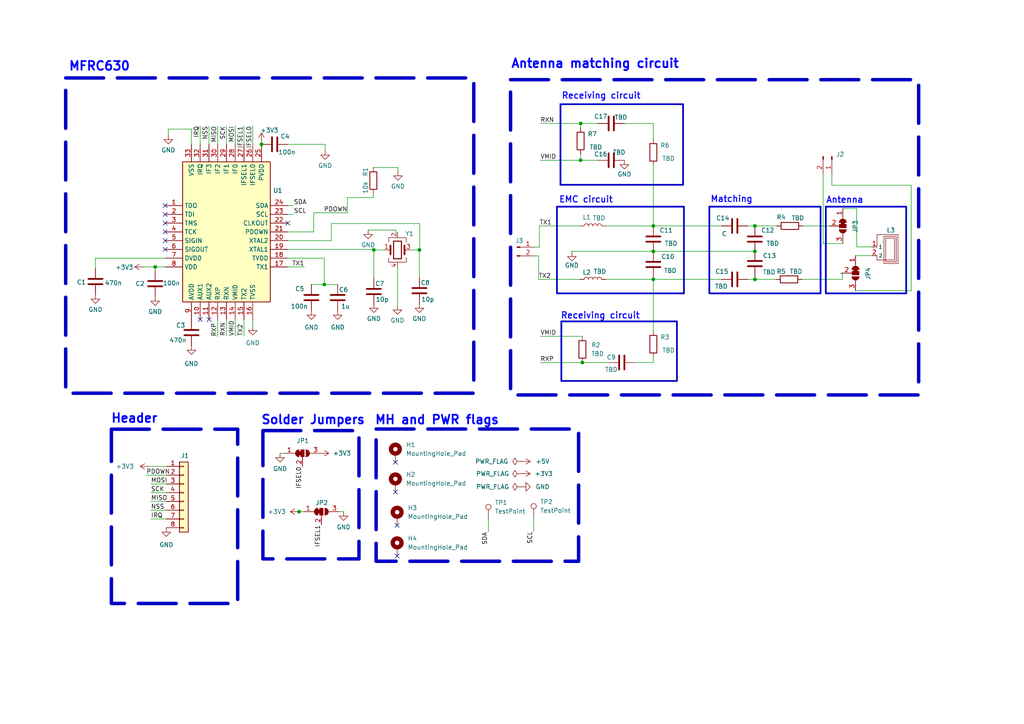
<source format=kicad_sch>
(kicad_sch (version 20230121) (generator eeschema)
  (paper "A4")
  (title_block (title "NFC_Programmer") (date "2023-11-25") (rev "2.0") (company "TycheTools"))
  (lib_symbols
    (symbol "Connector:Conn_01x02_Pin" (pin_names (offset 1.016) hide)
      (property "Reference" "J" (at 0 2.54 0))
      (property "Value" "Conn_01x02_Pin" (at 0 -5.08 0))
      (symbol "Conn_01x02_Pin_1_1"
        (polyline (pts (xy 1.27 -2.54) (xy 0.8636 -2.54)) (stroke (width 0.1524)))
        (polyline (pts (xy 1.27 0) (xy 0.8636 0)) (stroke (width 0.1524)))
        (rectangle (start 0.8636 -2.413) (end 0 -2.667) (stroke (width 0.1524)) (fill (type outline)))
        (rectangle (start 0.8636 0.127) (end 0 -0.127) (stroke (width 0.1524)) (fill (type outline)))
        (pin passive line (at 5.08 0 180) (length 3.81) (name "Pin_1") (number "1"))
        (pin passive line (at 5.08 -2.54 180) (length 3.81) (name "Pin_2") (number "2"))
      )
    )
    (symbol "Connector:TestPoint" (pin_numbers hide) (pin_names (offset 0.762) hide)
      (property "Reference" "TP" (at 0 6.858 0))
      (property "Value" "TestPoint" (at 0 5.08 0))
      (symbol "TestPoint_0_1"
        (circle (center 0 3.302) (radius 0.762))
      )
      (symbol "TestPoint_1_1"
        (pin passive line (at 0 0 90) (length 2.54) (name "1") (number "1"))
      )
    )
    (symbol "Connector_Generic:Conn_01x08" (pin_names (offset 1.016) hide)
      (property "Reference" "J" (at 0 10.16 0))
      (property "Value" "Conn_01x08" (at 0 -12.7 0))
      (symbol "Conn_01x08_1_1"
        (rectangle (start -1.27 -10.033) (end 0 -10.287) (stroke (width 0.1524)))
        (rectangle (start -1.27 -7.493) (end 0 -7.747) (stroke (width 0.1524)))
        (rectangle (start -1.27 -4.953) (end 0 -5.207) (stroke (width 0.1524)))
        (rectangle (start -1.27 -2.413) (end 0 -2.667) (stroke (width 0.1524)))
        (rectangle (start -1.27 0.127) (end 0 -0.127) (stroke (width 0.1524)))
        (rectangle (start -1.27 2.667) (end 0 2.413) (stroke (width 0.1524)))
        (rectangle (start -1.27 5.207) (end 0 4.953) (stroke (width 0.1524)))
        (rectangle (start -1.27 7.747) (end 0 7.493) (stroke (width 0.1524)))
        (rectangle (start -1.27 8.89) (end 1.27 -11.43) (stroke (width 0.254)) (fill (type background)))
        (pin passive line (at -5.08 7.62 0) (length 3.81) (name "Pin_1") (number "1"))
        (pin passive line (at -5.08 5.08 0) (length 3.81) (name "Pin_2") (number "2"))
        (pin passive line (at -5.08 2.54 0) (length 3.81) (name "Pin_3") (number "3"))
        (pin passive line (at -5.08 0 0) (length 3.81) (name "Pin_4") (number "4"))
        (pin passive line (at -5.08 -2.54 0) (length 3.81) (name "Pin_5") (number "5"))
        (pin passive line (at -5.08 -5.08 0) (length 3.81) (name "Pin_6") (number "6"))
        (pin passive line (at -5.08 -7.62 0) (length 3.81) (name "Pin_7") (number "7"))
        (pin passive line (at -5.08 -10.16 0) (length 3.81) (name "Pin_8") (number "8"))
      )
    )
    (symbol "Device:C" (pin_numbers hide) (pin_names (offset 0.254))
      (property "Reference" "C" (at 0.635 2.54 0))
      (property "Value" "C" (at 0.635 -2.54 0))
      (symbol "C_0_1"
        (polyline (pts (xy -2.032 -0.762) (xy 2.032 -0.762)) (stroke (width 0.508)))
        (polyline (pts (xy -2.032 0.762) (xy 2.032 0.762)) (stroke (width 0.508)))
      )
      (symbol "C_1_1"
        (pin passive line (at 0 3.81 270) (length 2.794) (name "~") (number "1"))
        (pin passive line (at 0 -3.81 90) (length 2.794) (name "~") (number "2"))
      )
    )
    (symbol "Device:Crystal_GND24" (pin_names (offset 1.016) hide)
      (property "Reference" "Y" (at 3.175 5.08 0))
      (property "Value" "Crystal_GND24" (at 3.175 3.175 0))
      (symbol "Crystal_GND24_0_1"
        (rectangle (start -1.143 2.54) (end 1.143 -2.54) (stroke (width 0.3048)))
        (polyline (pts (xy -2.54 0) (xy -2.032 0)))
        (polyline (pts (xy -2.032 -1.27) (xy -2.032 1.27)) (stroke (width 0.508)))
        (polyline (pts (xy 0 -3.81) (xy 0 -3.556)))
        (polyline (pts (xy 0 3.556) (xy 0 3.81)))
        (polyline (pts (xy 2.032 -1.27) (xy 2.032 1.27)) (stroke (width 0.508)))
        (polyline (pts (xy 2.032 0) (xy 2.54 0)))
        (polyline (pts (xy -2.54 -2.286) (xy -2.54 -3.556) (xy 2.54 -3.556) (xy 2.54 -2.286)))
        (polyline (pts (xy -2.54 2.286) (xy -2.54 3.556) (xy 2.54 3.556) (xy 2.54 2.286)))
      )
      (symbol "Crystal_GND24_1_1"
        (pin passive line (at -3.81 0 0) (length 1.27) (name "1") (number "1"))
        (pin passive line (at 0 5.08 270) (length 1.27) (name "2") (number "2"))
        (pin passive line (at 3.81 0 180) (length 1.27) (name "3") (number "3"))
        (pin passive line (at 0 -5.08 90) (length 1.27) (name "4") (number "4"))
      )
    )
    (symbol "Device:L" (pin_numbers hide) (pin_names (offset 1.016) hide)
      (property "Reference" "L" (at -1.27 0 90))
      (property "Value" "L" (at 1.905 0 90))
      (symbol "L_0_1"
        (arc (start 0 -2.54) (mid 0.6323 -1.905) (end 0 -1.27))
        (arc (start 0 -1.27) (mid 0.6323 -0.635) (end 0 0))
        (arc (start 0 0) (mid 0.6323 0.635) (end 0 1.27))
        (arc (start 0 1.27) (mid 0.6323 1.905) (end 0 2.54))
      )
      (symbol "L_1_1"
        (pin passive line (at 0 3.81 270) (length 1.27) (name "1") (number "1"))
        (pin passive line (at 0 -3.81 90) (length 1.27) (name "2") (number "2"))
      )
    )
    (symbol "Device:R" (pin_numbers hide) (pin_names (offset 0))
      (property "Reference" "R" (at 2.032 0 90))
      (property "Value" "R" (at 0 0 90))
      (symbol "R_0_1"
        (rectangle (start -1.016 -2.54) (end 1.016 2.54) (stroke (width 0.254)))
      )
      (symbol "R_1_1"
        (pin passive line (at 0 3.81 270) (length 1.27) (name "~") (number "1"))
        (pin passive line (at 0 -3.81 90) (length 1.27) (name "~") (number "2"))
      )
    )
    (symbol "Jumper:SolderJumper_3_Bridged12" (pin_names (offset 0) hide)
      (property "Reference" "JP" (at -2.54 -2.54 0))
      (property "Value" "SolderJumper_3_Bridged12" (at 0 2.794 0))
      (symbol "SolderJumper_3_Bridged12_0_1"
        (rectangle (start -1.016 0.508) (end -0.508 -0.508) (fill (type outline)))
        (arc (start -1.016 1.016) (mid -2.0276 0) (end -1.016 -1.016))
        (arc (start -1.016 1.016) (mid -2.0276 0) (end -1.016 -1.016) (fill (type outline)))
        (rectangle (start -0.508 1.016) (end 0.508 -1.016) (fill (type outline)))
        (polyline (pts (xy -2.54 0) (xy -2.032 0)))
        (polyline (pts (xy -1.016 1.016) (xy -1.016 -1.016)))
        (polyline (pts (xy 0 -1.27) (xy 0 -1.016)))
        (polyline (pts (xy 1.016 1.016) (xy 1.016 -1.016)))
        (polyline (pts (xy 2.54 0) (xy 2.032 0)))
        (arc (start 1.016 -1.016) (mid 2.0276 0) (end 1.016 1.016))
        (arc (start 1.016 -1.016) (mid 2.0276 0) (end 1.016 1.016) (fill (type outline)))
      )
      (symbol "SolderJumper_3_Bridged12_1_1"
        (pin passive line (at -5.08 0 0) (length 2.54) (name "A") (number "1"))
        (pin passive line (at 0 -3.81 90) (length 2.54) (name "C") (number "2"))
        (pin passive line (at 5.08 0 180) (length 2.54) (name "B") (number "3"))
      )
    )
    (symbol "LIB2:Antenna_L"
      (property "Reference" "L" (at 6.35 8.89 0))
      (symbol "Antenna_L_0_1"
        (polyline (pts (xy 10.16 3.81) (xy 15.24 3.81)))
        (polyline (pts (xy 10.16 5.08) (xy 10.16 3.81)))
        (polyline (pts (xy 10.16 7.62) (xy 10.16 7.62)))
        (polyline (pts (xy 10.16 7.62) (xy 10.16 11.176)))
        (polyline (pts (xy 12.192 2.794) (xy 16.256 2.794)))
        (polyline (pts (xy 12.192 10.668) (xy 12.192 2.794)))
        (polyline (pts (xy 15.24 3.81) (xy 15.24 10.16)))
        (polyline (pts (xy 15.24 10.16) (xy 12.7 10.16)))
        (polyline (pts (xy 16.256 2.794) (xy 16.256 11.176)))
        (polyline (pts (xy 16.256 11.176) (xy 10.16 11.176)))
        (polyline (pts (xy 15.748 10.414) (xy 15.748 10.668) (xy 12.192 10.668)))
        (polyline (pts (xy 12.7 10.16) (xy 12.7 3.302) (xy 15.748 3.302) (xy 15.748 10.414)))
      )
      (symbol "Antenna_L_1_0"
        (pin power_in line (at 8.636 7.62 0) (length 1.5) (name "1") (number "1"))
        (pin power_out line (at 8.636 5.08 0) (length 1.5) (name "2") (number "2"))
      )
    )
    (symbol "MFRC63002HN_151:MFRC63002HN,151"
      (property "Reference" "IC" (at 31.75 17.78 0))
      (property "Value" "MFRC63002HN,151" (at 31.75 15.24 0))
      (symbol "MFRC63002HN,151_1_1"
        (rectangle (start 5.08 12.7) (end 30.48 -27.94) (stroke (width 0.254)) (fill (type background)))
        (pin output line (at 0 0 0) (length 5.08) (name "TDO") (number "1"))
        (pin output line (at 10.16 -33.02 90) (length 5.08) (name "AUX1") (number "10"))
        (pin output line (at 12.7 -33.02 90) (length 5.08) (name "AUX2") (number "11"))
        (pin input line (at 15.24 -33.02 90) (length 5.08) (name "RXP") (number "12"))
        (pin input line (at 17.78 -33.02 90) (length 5.08) (name "RXN") (number "13"))
        (pin power_in line (at 20.32 -33.02 90) (length 5.08) (name "VMID") (number "14"))
        (pin output line (at 22.86 -33.02 90) (length 5.08) (name "TX2") (number "15"))
        (pin power_in line (at 25.4 -33.02 90) (length 5.08) (name "TVSS") (number "16"))
        (pin output line (at 35.56 -17.78 180) (length 5.08) (name "TX1") (number "17"))
        (pin power_in line (at 35.56 -15.24 180) (length 5.08) (name "TVDD") (number "18"))
        (pin input line (at 35.56 -12.7 180) (length 5.08) (name "XTAL1") (number "19"))
        (pin input line (at 0 -2.54 0) (length 5.08) (name "TDI") (number "2"))
        (pin output line (at 35.56 -10.16 180) (length 5.08) (name "XTAL2") (number "20"))
        (pin input line (at 35.56 -7.62 180) (length 5.08) (name "PDOWN") (number "21"))
        (pin output line (at 35.56 -5.08 180) (length 5.08) (name "CLKOUT") (number "22"))
        (pin output line (at 35.56 -2.54 180) (length 5.08) (name "SCL") (number "23"))
        (pin bidirectional line (at 35.56 0 180) (length 5.08) (name "SDA") (number "24"))
        (pin power_in line (at 27.94 17.78 270) (length 5.08) (name "PVDD") (number "25"))
        (pin input line (at 25.4 17.78 270) (length 5.08) (name "IFSEL0") (number "26"))
        (pin input line (at 22.86 17.78 270) (length 5.08) (name "IFSEL1") (number "27"))
        (pin bidirectional line (at 20.32 17.78 270) (length 5.08) (name "IF0") (number "28"))
        (pin bidirectional line (at 17.78 17.78 270) (length 5.08) (name "IF1") (number "29"))
        (pin input line (at 0 -5.08 0) (length 5.08) (name "TMS") (number "3"))
        (pin bidirectional line (at 15.24 17.78 270) (length 5.08) (name "IF2") (number "30"))
        (pin bidirectional line (at 12.7 17.78 270) (length 5.08) (name "IF3") (number "31"))
        (pin output line (at 10.16 17.78 270) (length 5.08) (name "IRQ") (number "32"))
        (pin power_in line (at 7.62 17.78 270) (length 5.08) (name "VSS") (number "33"))
        (pin input line (at 0 -7.62 0) (length 5.08) (name "TCK") (number "4"))
        (pin input line (at 0 -10.16 0) (length 5.08) (name "SIGIN") (number "5"))
        (pin output line (at 0 -12.7 0) (length 5.08) (name "SIGOUT") (number "6"))
        (pin power_in line (at 0 -15.24 0) (length 5.08) (name "DVDD") (number "7"))
        (pin power_in line (at 0 -17.78 0) (length 5.08) (name "VDD") (number "8"))
        (pin power_in line (at 7.62 -33.02 90) (length 5.08) (name "AVDD") (number "9"))
      )
    )
    (symbol "Mechanical:MountingHole_Pad" (pin_numbers hide) (pin_names (offset 1.016) hide)
      (property "Reference" "H" (at 0 6.35 0))
      (property "Value" "MountingHole_Pad" (at 0 4.445 0))
      (symbol "MountingHole_Pad_0_1"
        (circle (center 0 1.27) (radius 1.27) (stroke (width 1.27)))
      )
      (symbol "MountingHole_Pad_1_1"
        (pin input line (at 0 -2.54 90) (length 2.54) (name "1") (number "1"))
      )
    )
    (symbol "power:+3V3" (power) (pin_names (offset 0))
      (property "Value" "+3V3" (at 0 3.556 0))
      (symbol "+3V3_0_1"
        (polyline (pts (xy -0.762 1.27) (xy 0 2.54)))
        (polyline (pts (xy 0 0) (xy 0 2.54)))
        (polyline (pts (xy 0 2.54) (xy 0.762 1.27)))
      )
      (symbol "+3V3_1_1"
        (pin power_in line (at 0 0 90) (length 0) hide (name "+3V3") (number "1"))
      )
    )
    (symbol "power:+5V" (power) (pin_names (offset 0))
      (property "Value" "+5V" (at 0 3.556 0))
      (symbol "+5V_0_1"
        (polyline (pts (xy -0.762 1.27) (xy 0 2.54)))
        (polyline (pts (xy 0 0) (xy 0 2.54)))
        (polyline (pts (xy 0 2.54) (xy 0.762 1.27)))
      )
      (symbol "+5V_1_1"
        (pin power_in line (at 0 0 90) (length 0) hide (name "+5V") (number "1"))
      )
    )
    (symbol "power:GND" (power) (pin_names (offset 0))
      (property "Value" "GND" (at 0 -3.81 0))
      (symbol "GND_0_1"
        (polyline (pts (xy 0 0) (xy 0 -1.27) (xy 1.27 -1.27) (xy 0 -2.54) (xy -1.27 -1.27) (xy 0 -1.27)))
      )
      (symbol "GND_1_1"
        (pin power_in line (at 0 0 270) (length 0) hide (name "GND") (number "1"))
      )
    )
    (symbol "power:PWR_FLAG" (power) (pin_numbers hide) (pin_names (offset 0) hide)
      (property "Value" "PWR_FLAG" (at 0 3.81 0))
      (symbol "PWR_FLAG_0_0"
        (pin power_out line (at 0 0 90) (length 0) (name "pwr") (number "1"))
      )
      (symbol "PWR_FLAG_0_1"
        (polyline (pts (xy 0 0) (xy 0 1.27) (xy -1.016 1.905) (xy 0 2.54) (xy 1.016 1.905) (xy 0 1.27)))
      )
    )
  )
  (junction (at 45.0088 77.4192))
  (junction (at 189.484 72.898))
  (junction (at 218.948 81.026))
  (junction (at 218.948 72.898))
  (junction (at 86.741 148.4122))
  (junction (at 189.484 81.026))
  (junction (at 94.0562 82.5246))
  (junction (at 189.484 65.532))
  (junction (at 121.6406 72.4916))
  (junction (at 75.8444 41.8592))
  (junction (at 218.948 65.532))
  (junction (at 108.4326 72.4916))
  (junction (at 168.402 35.814))
  (junction (at 168.91 105.156))
  (junction (at 168.402 46.482))
  (no_connect (at 60.6044 92.6592))
  (no_connect (at 83.4644 64.7192))
  (no_connect (at 114.681 142.7226))
  (no_connect (at 47.9044 59.6392))
  (no_connect (at 47.9044 64.7192))
  (no_connect (at 115.189 161.2646))
  (no_connect (at 58.0644 92.6592))
  (no_connect (at 114.681 134.0866))
  (no_connect (at 115.189 152.3746))
  (no_connect (at 47.9044 72.3392))
  (no_connect (at 47.9044 62.1792))
  (no_connect (at 47.9044 69.7992))
  (no_connect (at 47.9044 67.2592))
  (wire (pts (xy 94.3102 41.8592) (xy 94.3102 43.7134)))
  (wire (pts (xy 238.7346 70.612) (xy 238.7346 50.4698)))
  (wire (pts (xy 121.7422 64.8462) (xy 121.7422 72.4154)))
  (wire (pts (xy 165.862 72.898) (xy 189.484 72.898)))
  (wire (pts (xy 73.3044 92.6592) (xy 73.3044 94.6404)))
  (wire (pts (xy 99.6442 148.4122) (xy 98.298 148.4122)))
  (wire (pts (xy 119.1006 72.4916) (xy 121.6406 72.4916)))
  (wire (pts (xy 189.484 105.156) (xy 184.15 105.156)))
  (wire (pts (xy 114.808 66.7258) (xy 114.808 67.4116)))
  (wire (pts (xy 156.21 74.2188) (xy 156.21 81.026)))
  (wire (pts (xy 218.948 81.026) (xy 225.044 81.026)))
  (wire (pts (xy 154.7876 150.114) (xy 154.7876 154.051)))
  (wire (pts (xy 189.484 65.532) (xy 209.296 65.532)))
  (wire (pts (xy 232.664 81.026) (xy 244.3226 81.026)))
  (wire (pts (xy 43.7642 145.4404) (xy 48.2346 145.4404)))
  (wire (pts (xy 218.948 72.644) (xy 218.948 72.898)))
  (wire (pts (xy 45.0088 77.4192) (xy 47.9044 77.4192)))
  (wire (pts (xy 65.6844 36.5252) (xy 65.6844 41.8592)))
  (wire (pts (xy 240.6396 65.532) (xy 240.6396 65.5574)))
  (wire (pts (xy 94.0562 82.5246) (xy 97.9424 82.5246)))
  (wire (pts (xy 156.718 46.482) (xy 168.402 46.482)))
  (wire (pts (xy 168.402 35.814) (xy 173.482 35.814)))
  (wire (pts (xy 156.21 81.026) (xy 168.148 81.026)))
  (wire (pts (xy 83.4644 72.3392) (xy 108.3564 72.3392)))
  (wire (pts (xy 156.718 97.536) (xy 168.91 97.536)))
  (wire (pts (xy 156.718 35.814) (xy 168.402 35.814)))
  (wire (pts (xy 90.9828 61.722) (xy 100.7618 61.722)))
  (wire (pts (xy 63.1444 92.6592) (xy 63.1444 97.6122)))
  (wire (pts (xy 65.6844 92.6592) (xy 65.6844 97.4852)))
  (wire (pts (xy 115.2906 77.5716) (xy 115.2906 88.6206)))
  (wire (pts (xy 108.4326 88.3666) (xy 108.4326 88.1126)))
  (wire (pts (xy 100.7618 57.3024) (xy 108.2802 57.3024)))
  (wire (pts (xy 108.2802 48.5902) (xy 108.2802 48.5648)))
  (wire (pts (xy 121.6406 72.4916) (xy 121.6406 80.4926)))
  (wire (pts (xy 168.402 44.704) (xy 168.402 46.482)))
  (wire (pts (xy 90.9828 67.2592) (xy 83.4644 67.2592)))
  (wire (pts (xy 43.7642 147.9804) (xy 48.2346 147.9804)))
  (wire (pts (xy 83.4644 62.1792) (xy 85.1916 62.1792)))
  (wire (pts (xy 106.7816 66.7258) (xy 114.808 66.7258)))
  (wire (pts (xy 264.287 84.3026) (xy 264.287 53.721)))
  (wire (pts (xy 181.102 35.814) (xy 189.484 35.814)))
  (wire (pts (xy 189.484 72.898) (xy 218.948 72.898)))
  (wire (pts (xy 100.7618 61.722) (xy 100.7618 57.3024)))
  (wire (pts (xy 189.484 81.026) (xy 189.484 96.012)))
  (wire (pts (xy 27.686 74.8792) (xy 47.9044 74.8792)))
  (wire (pts (xy 238.76 70.612) (xy 238.7346 70.612)))
  (wire (pts (xy 108.3564 72.3392) (xy 108.3564 72.4916)))
  (wire (pts (xy 83.4644 59.6392) (xy 85.1916 59.6392)))
  (wire (pts (xy 252.8316 71.6026) (xy 248.4882 71.6026)))
  (wire (pts (xy 45.0088 77.4192) (xy 45.0088 78.4606)))
  (wire (pts (xy 218.948 65.532) (xy 225.298 65.532)))
  (wire (pts (xy 73.3044 36.5252) (xy 73.3044 41.8592)))
  (wire (pts (xy 90.3224 82.5246) (xy 90.3224 82.4992)))
  (wire (pts (xy 83.4644 69.7992) (xy 96.1136 69.7992)))
  (wire (pts (xy 165.862 72.898) (xy 165.862 73.152)))
  (wire (pts (xy 108.3564 72.4916) (xy 108.4326 72.4916)))
  (wire (pts (xy 216.916 65.532) (xy 218.948 65.532)))
  (wire (pts (xy 244.3226 81.026) (xy 244.3226 79.2226)))
  (wire (pts (xy 156.464 65.532) (xy 168.148 65.532)))
  (wire (pts (xy 189.484 35.814) (xy 189.484 40.386)))
  (wire (pts (xy 108.2802 56.1848) (xy 108.2802 57.3024)))
  (wire (pts (xy 175.768 65.532) (xy 189.484 65.532)))
  (wire (pts (xy 42.4434 137.8204) (xy 48.2346 137.8204)))
  (wire (pts (xy 70.7644 92.6592) (xy 70.7644 97.4852)))
  (wire (pts (xy 189.484 81.026) (xy 189.484 80.518)))
  (wire (pts (xy 27.686 74.8792) (xy 27.686 77.851)))
  (wire (pts (xy 189.484 72.898) (xy 189.484 73.152)))
  (wire (pts (xy 86.7156 148.4122) (xy 86.741 148.4122)))
  (wire (pts (xy 68.2244 92.6592) (xy 68.2244 97.4852)))
  (wire (pts (xy 108.2802 48.5902) (xy 115.4176 48.5902)))
  (wire (pts (xy 83.4644 74.8792) (xy 94.0562 74.8792)))
  (wire (pts (xy 83.4644 77.4192) (xy 88.2904 77.4192)))
  (wire (pts (xy 248.4882 60.4774) (xy 248.4882 71.6026)))
  (wire (pts (xy 97.9424 82.5246) (xy 97.9424 82.4992)))
  (wire (pts (xy 218.948 80.264) (xy 218.948 81.026)))
  (wire (pts (xy 58.0644 36.5252) (xy 58.0644 41.8592)))
  (wire (pts (xy 90.3224 82.5246) (xy 94.0562 82.5246)))
  (wire (pts (xy 264.287 53.721) (xy 241.2746 53.721)))
  (wire (pts (xy 189.484 81.026) (xy 209.296 81.026)))
  (wire (pts (xy 48.8188 37.4396) (xy 48.8188 39.2176)))
  (wire (pts (xy 41.6306 77.4192) (xy 45.0088 77.4192)))
  (wire (pts (xy 156.464 71.6788) (xy 156.464 65.532)))
  (wire (pts (xy 96.1136 64.8462) (xy 121.7422 64.8462)))
  (wire (pts (xy 68.2244 36.5252) (xy 68.2244 41.8592)))
  (wire (pts (xy 43.7642 142.9004) (xy 48.2346 142.9004)))
  (wire (pts (xy 115.4176 49.7332) (xy 115.4176 48.5902)))
  (wire (pts (xy 168.402 46.482) (xy 173.482 46.482)))
  (wire (pts (xy 81.2292 131.4704) (xy 82.6516 131.4704)))
  (wire (pts (xy 141.6558 150.3426) (xy 141.6558 154.2796)))
  (wire (pts (xy 63.1444 36.5252) (xy 63.1444 41.8592)))
  (wire (pts (xy 248.1326 74.1426) (xy 252.8316 74.1426)))
  (wire (pts (xy 238.76 70.612) (xy 238.76 70.6374)))
  (wire (pts (xy 248.4882 60.4774) (xy 244.4496 60.4774)))
  (wire (pts (xy 108.4326 72.4916) (xy 111.4806 72.4916)))
  (wire (pts (xy 121.7422 72.4154) (xy 121.6406 72.4154)))
  (wire (pts (xy 90.9828 61.722) (xy 90.9828 67.2592)))
  (wire (pts (xy 168.402 35.814) (xy 168.402 37.084)))
  (wire (pts (xy 94.0562 74.8792) (xy 94.0562 82.5246)))
  (wire (pts (xy 156.718 105.156) (xy 168.91 105.156)))
  (wire (pts (xy 248.1326 84.3026) (xy 264.287 84.3026)))
  (wire (pts (xy 232.918 65.532) (xy 240.6396 65.532)))
  (wire (pts (xy 189.484 103.632) (xy 189.484 105.156)))
  (wire (pts (xy 241.2746 50.4698) (xy 241.2746 53.721)))
  (wire (pts (xy 218.948 73.152) (xy 218.948 72.898)))
  (wire (pts (xy 114.808 67.4116) (xy 115.2906 67.4116)))
  (wire (pts (xy 189.484 48.006) (xy 189.484 65.532)))
  (wire (pts (xy 86.741 148.4122) (xy 88.138 148.4122)))
  (wire (pts (xy 43.7642 140.3604) (xy 48.2346 140.3604)))
  (wire (pts (xy 108.4326 72.4916) (xy 108.4326 80.7466)))
  (wire (pts (xy 43.2054 135.2804) (xy 48.2346 135.2804)))
  (wire (pts (xy 175.768 81.026) (xy 189.484 81.026)))
  (wire (pts (xy 43.7642 150.5204) (xy 48.2346 150.5204)))
  (wire (pts (xy 96.1136 64.8462) (xy 96.1136 69.7992)))
  (wire (pts (xy 75.8444 41.0972) (xy 75.8444 41.8592)))
  (wire (pts (xy 121.6406 72.4154) (xy 121.6406 72.4916)))
  (wire (pts (xy 48.8188 37.4396) (xy 55.5244 37.4396)))
  (wire (pts (xy 60.6044 36.5252) (xy 60.6044 41.8592)))
  (wire (pts (xy 70.7644 36.5252) (xy 70.7644 41.8592)))
  (wire (pts (xy 216.916 81.026) (xy 218.948 81.026)))
  (wire (pts (xy 83.4644 41.8592) (xy 94.3102 41.8592)))
  (wire (pts (xy 155.0416 74.2188) (xy 156.21 74.2188)))
  (wire (pts (xy 168.91 105.156) (xy 176.53 105.156)))
  (wire (pts (xy 238.76 70.6374) (xy 244.4496 70.6374)))
  (wire (pts (xy 155.0416 71.6788) (xy 156.464 71.6788)))
  (wire (pts (xy 55.5244 41.8592) (xy 55.5244 37.4396)))
  (rectangle (start 205.74 59.944) (end 237.998 85.09) (stroke (width 0.5)))
  (rectangle (start 148.082 23.114) (end 266.446 114.554) (stroke (width 1) (type dash)))
  (rectangle (start 161.544 59.944) (end 198.374 85.09) (stroke (width 0.5)))
  (rectangle (start 239.522 59.944) (end 262.8392 85.09) (stroke (width 0.5)))
  (rectangle (start 76.2508 124.8918) (end 104.1146 162.1028) (stroke (width 1) (type dash)))
  (rectangle (start 32.3088 124.4854) (end 68.9356 175.0314) (stroke (width 1) (type dash)))
  (rectangle (start 109.093 124.4346) (end 167.8178 162.7886) (stroke (width 1) (type dash)))
  (rectangle (start 162.814 93.218) (end 196.342 110.49) (stroke (width 0.5)))
  (rectangle (start 19.05 22.606) (end 137.414 114.046) (stroke (width 1) (type dash)))
  (rectangle (start 162.56 30.226) (end 198.12 53.594) (stroke (width 0.5)))
  (text "EMC circuit\n\n" (at 162.052 61.976 0) (effects (font (size 1.8 1.8) (thickness 0.3) bold) (justify left bottom)))
  (text "Receiving circuit\n" (at 162.56 92.71 0) (effects (font (size 1.8 1.8) (thickness 0.3) bold) (justify left bottom)))
  (text "Solder Jumpers\n" (at 75.6158 123.3932 0) (effects (font (size 2.54 2.54) (thickness 0.508) bold) (justify left bottom)))
  (text "MH and PWR flags" (at 108.585 123.4186 0) (effects (font (size 2.54 2.54) (thickness 0.508) bold) (justify left bottom)))
  (text "Matching\n" (at 205.994 58.928 0) (effects (font (size 1.8 1.8) (thickness 0.3) bold) (justify left bottom)))
  (text "Antenna\n" (at 239.522 59.182 0) (effects (font (size 1.8 1.8) (thickness 0.3) bold) (justify left bottom)))
  (text "Antenna matching circuit" (at 148.082 20.066 0) (effects (font (size 2.54 2.54) (thickness 0.508) bold) (justify left bottom)))
  (text "Header" (at 32.0548 122.9614 0) (effects (font (size 2.54 2.54) (thickness 0.508) bold) (justify left bottom)))
  (text "MFRC630" (at 19.812 20.828 0) (effects (font (size 2.54 2.54) (thickness 0.508) bold) (justify left bottom)))
  (text "Receiving circuit\n" (at 162.814 28.956 0) (effects (font (size 1.8 1.8) (thickness 0.3) bold) (justify left bottom)))
  (label "SCK" (at 65.6844 36.5252 270))
  (label "PDOWN" (at 42.4434 137.8204 0))
  (label "SCK" (at 43.7642 142.9004 0))
  (label "RXP" (at 63.1444 97.6122 90))
  (label "SDA" (at 141.6558 154.2796 270))
  (label "RXN" (at 156.718 35.814 0))
  (label "PDOWN" (at 100.7618 61.722 180))
  (label "VMID" (at 156.718 46.482 0))
  (label "IFSEL1" (at 70.7644 36.5252 270))
  (label "IFSEL0" (at 73.3044 36.5252 270))
  (label "MISO" (at 63.1444 36.5252 270))
  (label "VMID" (at 156.718 97.536 0))
  (label "IFSEL0" (at 87.7316 135.2804 270))
  (label "IFSEL1" (at 93.218 152.2222 270))
  (label "TX1" (at 156.464 65.532 0))
  (label "SCL" (at 85.1916 62.1792 0))
  (label "RXN" (at 65.6844 97.4852 90))
  (label "SCL" (at 154.7876 154.051 270))
  (label "VMID" (at 68.2244 97.4852 90))
  (label "SDA" (at 85.1916 59.6392 0))
  (label "NSS" (at 43.7642 147.9804 0))
  (label "MOSI" (at 43.7642 140.3604 0))
  (label "NSS" (at 60.6044 36.5252 270))
  (label "MISO" (at 43.7642 145.4404 0))
  (label "RXP" (at 156.718 105.156 0))
  (label "IRQ" (at 43.7642 150.5204 0))
  (label "TX1" (at 88.2904 77.4192 180))
  (label "IRQ" (at 58.0644 36.5252 270))
  (label "TX2" (at 156.21 81.026 0))
  (label "TX2" (at 70.7644 97.4852 90))
  (label "MOSI" (at 68.2244 36.5252 270))
  (symbol (lib_id "power:GND") (at 81.2292 131.4704 0) (unit 1)
    (property "Reference" "#PWR08" (effects hide))
    (property "Value" "GND" (at 81.2292 135.9408 0))
  )
  (symbol (lib_id "LIB2:Antenna_L") (at 244.1956 79.2226 0) (unit 1)
    (property "Reference" "L3" (at 257.1496 66.7766 0) (effects (justify left)))
    (property "Value" "~" (at 244.1956 79.2226 0))
  )
  (symbol (lib_id "power:GND") (at 48.8188 39.2176 0) (unit 1)
    (property "Reference" "#PWR06" (effects hide))
    (property "Value" "GND" (at 48.8188 43.5356 0))
  )
  (symbol (lib_id "power:GND") (at 94.3102 43.7134 0) (unit 1)
    (property "Reference" "#PWR010" (effects hide))
    (property "Value" "GND" (at 94.3102 48.0314 0))
  )
  (symbol (lib_id "power:+3V3") (at 86.741 148.4122 90) (unit 1)
    (property "Reference" "#PWR07" (effects hide))
    (property "Value" "+3V3" (at 82.9056 148.4122 90) (effects (justify left)))
  )
  (symbol (lib_id "Device:R") (at 168.91 101.346 0) (unit 1)
    (property "Reference" "R2" (at 171.45 100.076 0) (effects (justify left)))
    (property "Value" "TBD" (at 171.45 102.616 0) (effects (justify left)))
    (property "Footprint" "Resistor_SMD:R_0603_1608Metric_Pad0.98x0.95mm_HandSolder" (effects hide))
  )
  (symbol (lib_id "Connector:TestPoint") (at 141.6558 150.3426 0) (unit 1)
    (property "Reference" "TP1" (at 143.51 145.7706 0) (effects (justify left)))
    (property "Value" "TestPoint" (at 143.51 148.3106 0) (effects (justify left)))
    (property "Footprint" "TestPoint:TestPoint_Pad_1.0x1.0mm" (effects hide))
  )
  (symbol (lib_id "power:PWR_FLAG") (at 151.257 137.3886 90) (unit 1)
    (property "Reference" "#FLG02" (effects hide))
    (property "Value" "PWR_FLAG" (at 147.701 137.3886 90) (effects (justify left)))
    (property "Footprint" "TestPoint:TestPoint_Loop_D1.80mm_Drill1.0mm_Beaded" (effects hide))
  )
  (symbol (lib_id "Jumper:SolderJumper_3_Bridged12") (at 93.218 148.4122 0) (unit 1)
    (property "Reference" "JP2" (at 93.3196 145.8214 0))
    (property "Value" "SolderJumper_3_Bridged12" (effects hide))
    (property "Footprint" "Jumper:SolderJumper-3_P1.3mm_Bridged12_Pad1.0x1.5mm_NumberLabels" (effects hide))
  )
  (symbol (lib_id "Device:C") (at 213.106 65.532 90) (unit 1)
    (property "Reference" "C14" (at 211.582 63.246 90) (effects (justify left)))
    (property "Value" "C" (at 210.82 67.818 90) (effects (justify left)))
    (property "Footprint" "Capacitor_SMD:C_0603_1608Metric_Pad1.08x0.95mm_HandSolder" (effects hide))
  )
  (symbol (lib_id "Mechanical:MountingHole_Pad") (at 115.189 149.8346 0) (unit 1)
    (property "Reference" "H3" (at 118.237 147.2946 0) (effects (justify left)))
    (property "Value" "MountingHole_Pad" (at 118.237 149.8346 0) (effects (justify left)))
    (property "Footprint" "MountingHole:MountingHole_3mm" (effects hide))
  )
  (symbol (lib_id "Device:C") (at 45.0088 82.2706 0) (mirror y) (unit 1)
    (property "Reference" "C2" (at 41.9608 82.2706 0) (effects (justify left)))
    (property "Value" "100n" (at 52.2224 82.1182 0) (effects (justify left)))
    (property "Footprint" "Capacitor_SMD:C_0603_1608Metric_Pad1.08x0.95mm_HandSolder" (effects hide))
  )
  (symbol (lib_id "Device:C") (at 108.4326 84.5566 0) (mirror y) (unit 1)
    (property "Reference" "C7" (at 111.4806 82.2706 0) (effects (justify left)))
    (property "Value" "10p" (at 112.7506 86.8426 0) (effects (justify left)))
    (property "Footprint" "Capacitor_SMD:C_0603_1608Metric_Pad1.08x0.95mm_HandSolder" (effects hide))
  )
  (symbol (lib_id "power:GND") (at 106.7816 66.7258 0) (unit 1)
    (property "Reference" "#PWR021" (effects hide))
    (property "Value" "GND" (at 106.7816 71.0438 0))
  )
  (symbol (lib_id "power:+3V3") (at 92.8116 131.4704 270) (unit 1)
    (property "Reference" "#PWR026" (effects hide))
    (property "Value" "+3V3" (at 96.52 131.4704 90) (effects (justify left)))
  )
  (symbol (lib_id "Device:C") (at 218.948 76.454 0) (unit 1)
    (property "Reference" "C13" (at 221.234 74.168 0) (effects (justify left)))
    (property "Value" "TBD" (at 221.2086 78.9432 0) (effects (justify left)))
    (property "Footprint" "Capacitor_SMD:C_0603_1608Metric_Pad1.08x0.95mm_HandSolder" (effects hide))
  )
  (symbol (lib_id "Mechanical:MountingHole_Pad") (at 114.681 131.5466 0) (unit 1)
    (property "Reference" "H1" (at 117.729 129.0066 0) (effects (justify left)))
    (property "Value" "MountingHole_Pad" (at 117.729 131.5466 0) (effects (justify left)))
    (property "Footprint" "MountingHole:MountingHole_3mm" (effects hide))
  )
  (symbol (lib_id "Device:C") (at 189.484 69.342 0) (unit 1)
    (property "Reference" "C11" (at 191.262 66.802 0) (effects (justify left)))
    (property "Value" "TBD" (at 192.786 70.612 0) (effects (justify left)))
    (property "Footprint" "Capacitor_SMD:C_0603_1608Metric_Pad1.08x0.95mm_HandSolder" (effects hide))
  )
  (symbol (lib_id "power:+3V3") (at 151.257 137.3886 270) (unit 1)
    (property "Reference" "#PWR032" (effects hide))
    (property "Value" "+3V3" (at 155.067 137.3886 90) (effects (justify left)))
  )
  (symbol (lib_id "Device:C") (at 79.6544 41.8592 90) (unit 1)
    (property "Reference" "C4" (at 82.7024 39.5732 90))
    (property "Value" "100n" (at 83.2104 44.1452 90))
    (property "Footprint" "Capacitor_SMD:C_0603_1608Metric_Pad1.08x0.95mm_HandSolder" (effects hide))
  )
  (symbol (lib_id "Device:C") (at 90.3224 86.3092 0) (mirror y) (unit 1)
    (property "Reference" "C5" (at 88.2904 83.7692 0) (effects (justify left)))
    (property "Value" "100n" (at 89.3064 88.8492 0) (effects (justify left)))
    (property "Footprint" "Capacitor_SMD:C_0603_1608Metric_Pad1.08x0.95mm_HandSolder" (effects hide))
  )
  (symbol (lib_id "power:GND") (at 181.102 46.482 0) (unit 1)
    (property "Reference" "#PWR018" (effects hide))
    (property "Value" "GND" (at 181.102 50.546 0))
  )
  (symbol (lib_id "Jumper:SolderJumper_3_Bridged12") (at 87.7316 131.4704 0) (unit 1)
    (property "Reference" "JP1" (at 87.8332 127.8382 0))
    (property "Value" "SolderJumper_3_Bridged12" (effects hide))
    (property "Footprint" "Jumper:SolderJumper-3_P1.3mm_Bridged12_Pad1.0x1.5mm_NumberLabels" (effects hide))
  )
  (symbol (lib_id "power:GND") (at 48.2346 153.0604 0) (unit 1)
    (property "Reference" "#PWR020" (effects hide))
    (property "Value" "GND" (at 48.2346 158.0134 0))
  )
  (symbol (lib_id "Device:R") (at 108.2802 52.3748 180) (unit 1)
    (property "Reference" "R1" (at 105.9942 49.8348 90))
    (property "Value" "10k" (at 105.9942 54.4068 90))
    (property "Footprint" "Resistor_SMD:R_0603_1608Metric_Pad0.98x0.95mm_HandSolder" (effects hide))
  )
  (symbol (lib_id "power:PWR_FLAG") (at 151.257 133.8326 90) (unit 1)
    (property "Reference" "#FLG01" (effects hide))
    (property "Value" "PWR_FLAG" (at 147.447 133.8326 90) (effects (justify left)))
    (property "Footprint" "TestPoint:TestPoint_Loop_D1.80mm_Drill1.0mm_Beaded" (effects hide))
  )
  (symbol (lib_id "MFRC63002HN_151:MFRC63002HN,151") (at 47.9044 59.6392 0) (unit 1)
    (property "Reference" "U1" (at 80.5688 55.2511 0))
    (property "Value" "MFRC63002HN,151" (effects hide))
    (property "Footprint" "Library3:MFRC630_MOUSER" (effects hide))
    (property "Datasheet" "http://www.nxp.com/docs/en/data-sheet/MFRC630.pdf" (effects hide))
    (property "Height" "1" (effects hide))
    (property "Manufacturer_Name" "NXP" (effects hide))
    (property "Manufacturer_Part_Number" "MFRC63002HN,151" (effects hide))
    (property "Mouser Part Number" "771-MFRC63002HN151" (effects hide))
    (property "Mouser Price/Stock" "https://www.mouser.co.uk/ProductDetail/NXP-Semiconductors/MFRC63002HN151?qs=NQoTdinTi9Gyn8oEeCX95Q%3D%3D" (effects hide))
    (property "Arrow Part Number" "MFRC63002HN,151" (effects hide))
    (property "Arrow Price/Stock" "https://www.arrow.com/en/products/mfrc63002hn151/nxp-semiconductors?region=nac" (effects hide))
  )
  (symbol (lib_id "Mechanical:MountingHole_Pad") (at 114.681 140.1826 0) (unit 1)
    (property "Reference" "H2" (at 117.729 137.6426 0) (effects (justify left)))
    (property "Value" "MountingHole_Pad" (at 117.729 140.1826 0) (effects (justify left)))
    (property "Footprint" "MountingHole:MountingHole_3mm" (effects hide))
  )
  (symbol (lib_id "Device:C") (at 213.106 81.026 90) (unit 1)
    (property "Reference" "C15" (at 211.328 78.74 90) (effects (justify left)))
    (property "Value" "TBD" (at 211.074 83.058 90) (effects (justify left)))
    (property "Footprint" "Capacitor_SMD:C_0603_1608Metric_Pad1.08x0.95mm_HandSolder" (effects hide))
  )
  (symbol (lib_id "Device:R") (at 168.402 40.894 0) (unit 1)
    (property "Reference" "R7" (at 170.434 38.862 0) (effects (justify left)))
    (property "Value" "TBD" (at 170.942 42.672 0) (effects (justify left)))
    (property "Footprint" "Resistor_SMD:R_0603_1608Metric_Pad0.98x0.95mm_HandSolder" (effects hide))
  )
  (symbol (lib_id "power:+5V") (at 151.257 133.8326 270) (unit 1)
    (property "Reference" "#PWR031" (effects hide))
    (property "Value" "+5V" (at 155.321 133.8326 90) (effects (justify left)))
  )
  (symbol (lib_id "power:GND") (at 151.257 141.1986 90) (unit 1)
    (property "Reference" "#PWR033" (effects hide))
    (property "Value" "GND" (at 155.321 141.1986 90) (effects (justify right)))
  )
  (symbol (lib_id "Device:L") (at 171.958 65.532 90) (unit 1)
    (property "Reference" "L1" (at 170.18 62.992 90))
    (property "Value" "TBD" (at 173.736 63.246 90))
    (property "Footprint" "Inductor_SMD:L_0603_1608Metric_Pad1.05x0.95mm_HandSolder" (effects hide))
  )
  (symbol (lib_id "Device:R") (at 189.484 44.196 0) (unit 1)
    (property "Reference" "R6" (at 191.516 42.164 0) (effects (justify left)))
    (property "Value" "TBD" (at 192.024 45.974 0) (effects (justify left)))
    (property "Footprint" "Resistor_SMD:R_0603_1608Metric_Pad0.98x0.95mm_HandSolder" (effects hide))
  )
  (symbol (lib_id "power:GND") (at 115.2906 88.6206 0) (unit 1)
    (property "Reference" "#PWR013" (effects hide))
    (property "Value" "GND" (at 115.2906 92.9386 0))
  )
  (symbol (lib_id "Connector:Conn_01x02_Pin") (at 241.2746 45.3898 270) (unit 1)
    (property "Reference" "J2" (at 242.4938 44.7548 90) (effects (justify left)))
    (property "Value" "Conn_01x02_Pin" (effects hide))
    (property "Footprint" "Connector_PinHeader_2.54mm:PinHeader_1x02_P2.54mm_Vertical" (effects hide))
  )
  (symbol (lib_id "Device:C") (at 97.9424 86.3092 0) (mirror y) (unit 1)
    (property "Reference" "C6" (at 100.9904 84.0232 0) (effects (justify left)))
    (property "Value" "1u" (at 101.4984 88.8492 0) (effects (justify left)))
    (property "Footprint" "Capacitor_SMD:C_0603_1608Metric_Pad1.08x0.95mm_HandSolder" (effects hide))
  )
  (symbol (lib_id "power:GND") (at 73.3044 94.6404 0) (unit 1)
    (property "Reference" "#PWR05" (effects hide))
    (property "Value" "GND" (at 73.3044 99.4664 0))
  )
  (symbol (lib_id "Device:C") (at 177.292 35.814 90) (unit 1)
    (property "Reference" "C17" (at 174.244 33.782 90))
    (property "Value" "TBD" (at 180.086 34.036 90))
    (property "Footprint" "Capacitor_SMD:C_0603_1608Metric_Pad1.08x0.95mm_HandSolder" (effects hide))
  )
  (symbol (lib_id "power:+3V3") (at 75.8444 41.0972 0) (unit 1)
    (property "Reference" "#PWR09" (effects hide))
    (property "Value" "+3V3" (at 78.1304 37.7952 0))
  )
  (symbol (lib_id "Connector:TestPoint") (at 154.7876 150.114 0) (unit 1)
    (property "Reference" "TP2" (at 156.6418 145.542 0) (effects (justify left)))
    (property "Value" "TestPoint" (at 156.6418 148.082 0) (effects (justify left)))
    (property "Footprint" "TestPoint:TestPoint_Pad_1.0x1.0mm" (effects hide))
  )
  (symbol (lib_id "power:GND") (at 99.6442 148.4122 0) (unit 1)
    (property "Reference" "#PWR022" (effects hide))
    (property "Value" "GND" (at 99.6442 152.8826 0))
  )
  (symbol (lib_id "Jumper:SolderJumper_3_Bridged12") (at 248.1326 79.2226 270) (unit 1)
    (property "Reference" "JP4" (at 251.7648 79.3242 0))
    (property "Value" "SolderJumper_3_Bridged12" (effects hide))
    (property "Footprint" "Jumper:SolderJumper-3_P1.3mm_Bridged12_Pad1.0x1.5mm_NumberLabels" (effects hide))
  )
  (symbol (lib_id "power:GND") (at 45.0088 86.0806 0) (unit 1)
    (property "Reference" "#PWR02" (effects hide))
    (property "Value" "GND" (at 45.0088 90.3986 0))
  )
  (symbol (lib_id "Mechanical:MountingHole_Pad") (at 115.189 158.7246 0) (unit 1)
    (property "Reference" "H4" (at 118.237 156.1846 0) (effects (justify left)))
    (property "Value" "MountingHole_Pad" (at 118.237 158.7246 0) (effects (justify left)))
    (property "Footprint" "MountingHole:MountingHole_3mm" (effects hide))
  )
  (symbol (lib_id "Device:C") (at 121.6406 84.3026 0) (mirror y) (unit 1)
    (property "Reference" "C8" (at 124.6886 82.0166 0) (effects (justify left)))
    (property "Value" "10p" (at 125.9586 86.8426 0) (effects (justify left)))
    (property "Footprint" "Capacitor_SMD:C_0603_1608Metric_Pad1.08x0.95mm_HandSolder" (effects hide))
  )
  (symbol (lib_id "power:+3V3") (at 43.2054 135.2804 90) (unit 1)
    (property "Reference" "#PWR019" (effects hide))
    (property "Value" "+3V3" (at 38.8874 135.2804 90) (effects (justify left)))
  )
  (symbol (lib_id "Device:C") (at 55.5244 96.4692 0) (mirror y) (unit 1)
    (property "Reference" "C3" (at 53.7464 94.361 0) (effects (justify left)))
    (property "Value" "470n" (at 54.102 98.679 0) (effects (justify left)))
    (property "Footprint" "Capacitor_SMD:C_0603_1608Metric_Pad1.08x0.95mm_HandSolder" (effects hide))
  )
  (symbol (lib_id "power:GND") (at 90.3224 90.1192 0) (unit 1)
    (property "Reference" "#PWR011" (effects hide))
    (property "Value" "GND" (at 90.3224 94.9452 0))
  )
  (symbol (lib_id "Device:R") (at 189.484 99.822 0) (unit 1)
    (property "Reference" "R3" (at 191.516 97.79 0) (effects (justify left)))
    (property "Value" "TBD" (at 192.024 101.6 0) (effects (justify left)))
    (property "Footprint" "Resistor_SMD:R_0603_1608Metric_Pad0.98x0.95mm_HandSolder" (effects hide))
  )
  (symbol (lib_id "Device:C") (at 189.484 76.708 0) (unit 1)
    (property "Reference" "C10" (at 191.77 74.422 0) (effects (justify left)))
    (property "Value" "TBD" (at 192.532 78.486 0) (effects (justify left)))
    (property "Footprint" "Capacitor_SMD:C_0603_1608Metric_Pad1.08x0.95mm_HandSolder" (effects hide))
  )
  (symbol (lib_id "Device:L") (at 171.958 81.026 90) (unit 1)
    (property "Reference" "L2" (at 170.18 78.994 90))
    (property "Value" "TBD" (at 173.99 78.74 90))
    (property "Footprint" "Inductor_SMD:L_0603_1608Metric_Pad1.05x0.95mm_HandSolder" (effects hide))
  )
  (symbol (lib_id "power:GND") (at 121.6406 88.1126 0) (unit 1)
    (property "Reference" "#PWR014" (effects hide))
    (property "Value" "GND" (at 121.6406 92.4306 0))
  )
  (symbol (lib_id "Connector:Conn_01x02_Pin") (at 149.9616 71.6788 0) (unit 1)
    (property "Reference" "J3" (at 150.5966 69.8246 0))
    (property "Value" "Conn_01x02_Pin" (effects hide))
    (property "Footprint" "Connector_PinHeader_2.54mm:PinHeader_1x02_P2.54mm_Vertical" (effects hide))
  )
  (symbol (lib_id "power:GND") (at 115.4176 49.7332 0) (unit 1)
    (property "Reference" "#PWR016" (effects hide))
    (property "Value" "GND" (at 115.4176 54.0512 0))
  )
  (symbol (lib_id "power:+3V3") (at 41.6306 77.4192 90) (unit 1)
    (property "Reference" "#PWR03" (effects hide))
    (property "Value" "+3V3" (at 38.7096 77.5462 90) (effects (justify left)))
  )
  (symbol (lib_id "Device:C") (at 180.34 105.156 90) (unit 1)
    (property "Reference" "C9" (at 177.292 103.632 90))
    (property "Value" "TBD" (at 177.292 107.188 90))
    (property "Footprint" "Capacitor_SMD:C_0603_1608Metric_Pad1.08x0.95mm_HandSolder" (effects hide))
  )
  (symbol (lib_id "Device:C") (at 177.292 46.482 90) (unit 1)
    (property "Reference" "C16" (at 174.244 44.704 90))
    (property "Value" "TBD" (at 179.578 44.196 90))
    (property "Footprint" "Capacitor_SMD:C_0603_1608Metric_Pad1.08x0.95mm_HandSolder" (effects hide))
  )
  (symbol (lib_id "power:GND") (at 165.862 73.152 0) (unit 1)
    (property "Reference" "#PWR017" (effects hide))
    (property "Value" "GND" (at 165.862 76.962 0))
  )
  (symbol (lib_id "Connector_Generic:Conn_01x08") (at 53.3146 142.9004 0) (unit 1)
    (property "Reference" "J1" (at 52.4256 132.1816 0) (effects (justify left)))
    (property "Value" "Conn_01x08" (effects hide))
    (property "Footprint" "Connector_PinHeader_2.54mm:PinHeader_1x08_P2.54mm_Vertical" (effects hide))
  )
  (symbol (lib_id "power:GND") (at 55.5244 100.2792 0) (unit 1)
    (property "Reference" "#PWR04" (effects hide))
    (property "Value" "GND" (at 55.499 105.4608 0))
  )
  (symbol (lib_id "power:GND") (at 108.4326 88.1126 0) (unit 1)
    (property "Reference" "#PWR015" (effects hide))
    (property "Value" "GND" (at 108.4326 92.4306 0))
  )
  (symbol (lib_id "power:GND") (at 27.686 85.471 0) (unit 1)
    (property "Reference" "#PWR01" (effects hide))
    (property "Value" "GND" (at 27.686 89.789 0))
  )
  (symbol (lib_id "power:GND") (at 97.9424 90.1192 0) (unit 1)
    (property "Reference" "#PWR012" (effects hide))
    (property "Value" "GND" (at 97.9424 94.9452 0))
  )
  (symbol (lib_id "Device:Crystal_GND24") (at 115.2906 72.4916 0) (unit 1)
    (property "Reference" "Y1" (at 118.745 67.7672 0))
    (property "Value" "Crystal_GND24" (effects hide))
    (property "Footprint" "Crystal:Crystal_SMD_2016-4Pin_2.0x1.6mm" (effects hide))
    (property "Datasheet" "https://www.mouser.mx/datasheet/2/122/ECX_1637B2-2400564.pdf" (effects hide))
  )
  (symbol (lib_id "Device:R") (at 228.854 81.026 90) (unit 1)
    (property "Reference" "R5" (at 226.568 78.74 90))
    (property "Value" "TBD" (at 230.886 78.74 90))
    (property "Footprint" "Resistor_SMD:R_0603_1608Metric_Pad0.98x0.95mm_HandSolder" (effects hide))
  )
  (symbol (lib_id "Device:R") (at 229.108 65.532 90) (unit 1)
    (property "Reference" "R4" (at 226.568 62.992 90))
    (property "Value" "TBD" (at 231.394 63.246 90))
    (property "Footprint" "Resistor_SMD:R_0603_1608Metric_Pad0.98x0.95mm_HandSolder" (effects hide))
  )
  (symbol (lib_id "Jumper:SolderJumper_3_Bridged12") (at 244.4496 65.5574 270) (unit 1)
    (property "Reference" "JP3" (at 248.0818 65.659 0))
    (property "Value" "SolderJumper_3_Bridged12" (effects hide))
    (property "Footprint" "Jumper:SolderJumper-3_P1.3mm_Bridged12_Pad1.0x1.5mm_NumberLabels" (effects hide))
  )
  (symbol (lib_id "Device:C") (at 218.948 69.342 0) (unit 1)
    (property "Reference" "C12" (at 220.726 66.802 0) (effects (justify left)))
    (property "Value" "TBD" (at 222.25 70.612 0) (effects (justify left)))
    (property "Footprint" "Capacitor_SMD:C_0603_1608Metric_Pad1.08x0.95mm_HandSolder" (effects hide))
  )
  (symbol (lib_id "power:PWR_FLAG") (at 151.257 141.1986 90) (unit 1)
    (property "Reference" "#FLG03" (effects hide))
    (property "Value" "PWR_FLAG" (at 147.701 141.1986 90) (effects (justify left)))
    (property "Footprint" "TestPoint:TestPoint_Loop_D1.80mm_Drill1.0mm_Beaded" (effects hide))
  )
  (symbol (lib_id "Device:C") (at 27.686 81.661 0) (mirror y) (unit 1)
    (property "Reference" "C1" (at 24.9682 81.8388 0) (effects (justify left)))
    (property "Value" "470n" (at 35.3822 82.0674 0) (effects (justify left)))
    (property "Footprint" "Capacitor_SMD:C_0603_1608Metric_Pad1.08x0.95mm_HandSolder" (effects hide))
  )
)
</source>
